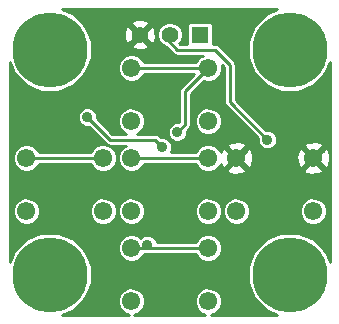
<source format=gtl>
G04 (created by PCBNEW (2013-05-31 BZR 4019)-stable) date 7/9/2014 9:45:12 PM*
%MOIN*%
G04 Gerber Fmt 3.4, Leading zero omitted, Abs format*
%FSLAX34Y34*%
G01*
G70*
G90*
G04 APERTURE LIST*
%ADD10C,0.00590551*%
%ADD11C,0.061*%
%ADD12R,0.055X0.055*%
%ADD13C,0.055*%
%ADD14C,0.25*%
%ADD15C,0.035*%
%ADD16C,0.01*%
G04 APERTURE END LIST*
G54D10*
G54D11*
X62720Y-51386D03*
X62720Y-49614D03*
X65280Y-51386D03*
X65280Y-49614D03*
X59220Y-48386D03*
X59220Y-46614D03*
X61780Y-48386D03*
X61780Y-46614D03*
X59220Y-54386D03*
X59220Y-52614D03*
X61780Y-54386D03*
X61780Y-52614D03*
X55720Y-51386D03*
X55720Y-49614D03*
X58280Y-51386D03*
X58280Y-49614D03*
X59220Y-51386D03*
X59220Y-49614D03*
X61780Y-51386D03*
X61780Y-49614D03*
G54D12*
X61500Y-45500D03*
G54D13*
X60500Y-45500D03*
X59500Y-45500D03*
G54D14*
X64500Y-53500D03*
X56500Y-53500D03*
X64500Y-46000D03*
X56500Y-46000D03*
G54D15*
X61500Y-47500D03*
X64500Y-50000D03*
X63750Y-49000D03*
X57750Y-48250D03*
X60250Y-49250D03*
X59750Y-52500D03*
X60750Y-48750D03*
G54D16*
X63750Y-49000D02*
X62500Y-47750D01*
X62500Y-47750D02*
X62500Y-46500D01*
X60500Y-45750D02*
X60500Y-45500D01*
X60750Y-46000D02*
X60500Y-45750D01*
X62000Y-46000D02*
X60750Y-46000D01*
X62500Y-46500D02*
X62000Y-46000D01*
X55720Y-49614D02*
X58280Y-49614D01*
X59220Y-52614D02*
X59636Y-52614D01*
X58500Y-49000D02*
X57750Y-48250D01*
X60000Y-49000D02*
X58500Y-49000D01*
X60250Y-49250D02*
X60000Y-49000D01*
X59636Y-52614D02*
X59750Y-52500D01*
X59220Y-52614D02*
X61780Y-52614D01*
X61000Y-47394D02*
X61780Y-46614D01*
X61000Y-48500D02*
X61000Y-47394D01*
X60750Y-48750D02*
X61000Y-48500D01*
X59220Y-46614D02*
X61780Y-46614D01*
X59220Y-49614D02*
X61780Y-49614D01*
G54D10*
G36*
X65840Y-53078D02*
X65839Y-53076D01*
X65839Y-49696D01*
X65828Y-49476D01*
X65765Y-49323D01*
X65669Y-49295D01*
X65598Y-49365D01*
X65598Y-49224D01*
X65570Y-49128D01*
X65362Y-49054D01*
X65142Y-49065D01*
X64989Y-49128D01*
X64961Y-49224D01*
X65280Y-49543D01*
X65598Y-49224D01*
X65598Y-49365D01*
X65350Y-49614D01*
X65669Y-49932D01*
X65765Y-49904D01*
X65839Y-49696D01*
X65839Y-53076D01*
X65735Y-52823D01*
X65735Y-51295D01*
X65665Y-51128D01*
X65598Y-51061D01*
X65598Y-50003D01*
X65280Y-49684D01*
X65209Y-49755D01*
X65209Y-49614D01*
X64890Y-49295D01*
X64794Y-49323D01*
X64720Y-49531D01*
X64731Y-49751D01*
X64794Y-49904D01*
X64890Y-49932D01*
X65209Y-49614D01*
X65209Y-49755D01*
X64961Y-50003D01*
X64989Y-50099D01*
X65197Y-50173D01*
X65417Y-50162D01*
X65570Y-50099D01*
X65598Y-50003D01*
X65598Y-51061D01*
X65538Y-51000D01*
X65370Y-50931D01*
X65189Y-50930D01*
X65022Y-51000D01*
X64894Y-51127D01*
X64825Y-51295D01*
X64824Y-51476D01*
X64894Y-51643D01*
X65021Y-51771D01*
X65189Y-51840D01*
X65370Y-51841D01*
X65537Y-51771D01*
X65665Y-51644D01*
X65734Y-51476D01*
X65735Y-51295D01*
X65735Y-52823D01*
X65687Y-52707D01*
X65294Y-52313D01*
X64779Y-52100D01*
X64222Y-52099D01*
X64075Y-52160D01*
X64075Y-48935D01*
X64025Y-48816D01*
X63934Y-48724D01*
X63814Y-48675D01*
X63707Y-48674D01*
X62700Y-47667D01*
X62700Y-46500D01*
X62687Y-46436D01*
X62684Y-46423D01*
X62684Y-46423D01*
X62641Y-46358D01*
X62141Y-45858D01*
X62076Y-45815D01*
X62000Y-45800D01*
X61924Y-45800D01*
X61925Y-45745D01*
X61925Y-45195D01*
X61902Y-45140D01*
X61860Y-45097D01*
X61804Y-45075D01*
X61745Y-45074D01*
X61195Y-45074D01*
X61140Y-45097D01*
X61097Y-45139D01*
X61075Y-45195D01*
X61074Y-45254D01*
X61074Y-45800D01*
X60832Y-45800D01*
X60816Y-45784D01*
X60860Y-45741D01*
X60924Y-45584D01*
X60925Y-45415D01*
X60860Y-45259D01*
X60741Y-45139D01*
X60584Y-45075D01*
X60415Y-45074D01*
X60259Y-45139D01*
X60139Y-45258D01*
X60075Y-45415D01*
X60074Y-45584D01*
X60139Y-45740D01*
X60258Y-45860D01*
X60375Y-45908D01*
X60608Y-46141D01*
X60608Y-46141D01*
X60651Y-46170D01*
X60673Y-46184D01*
X60673Y-46184D01*
X60750Y-46200D01*
X61590Y-46200D01*
X61522Y-46228D01*
X61394Y-46355D01*
X61370Y-46414D01*
X60029Y-46414D01*
X60029Y-45575D01*
X60018Y-45367D01*
X59960Y-45227D01*
X59867Y-45202D01*
X59797Y-45273D01*
X59797Y-45132D01*
X59772Y-45039D01*
X59575Y-44970D01*
X59367Y-44981D01*
X59227Y-45039D01*
X59202Y-45132D01*
X59500Y-45429D01*
X59797Y-45132D01*
X59797Y-45273D01*
X59570Y-45500D01*
X59867Y-45797D01*
X59960Y-45772D01*
X60029Y-45575D01*
X60029Y-46414D01*
X59797Y-46414D01*
X59797Y-45867D01*
X59500Y-45570D01*
X59429Y-45641D01*
X59429Y-45500D01*
X59132Y-45202D01*
X59039Y-45227D01*
X58970Y-45424D01*
X58981Y-45632D01*
X59039Y-45772D01*
X59132Y-45797D01*
X59429Y-45500D01*
X59429Y-45641D01*
X59202Y-45867D01*
X59227Y-45960D01*
X59424Y-46029D01*
X59632Y-46018D01*
X59772Y-45960D01*
X59797Y-45867D01*
X59797Y-46414D01*
X59629Y-46414D01*
X59605Y-46356D01*
X59478Y-46228D01*
X59310Y-46159D01*
X59129Y-46158D01*
X58962Y-46228D01*
X58834Y-46355D01*
X58765Y-46523D01*
X58764Y-46704D01*
X58834Y-46871D01*
X58961Y-46999D01*
X59129Y-47068D01*
X59310Y-47069D01*
X59477Y-46999D01*
X59605Y-46872D01*
X59629Y-46814D01*
X61297Y-46814D01*
X60858Y-47252D01*
X60815Y-47317D01*
X60800Y-47394D01*
X60800Y-48417D01*
X60792Y-48425D01*
X60685Y-48424D01*
X60566Y-48474D01*
X60474Y-48565D01*
X60425Y-48685D01*
X60424Y-48814D01*
X60474Y-48933D01*
X60565Y-49025D01*
X60685Y-49074D01*
X60814Y-49075D01*
X60933Y-49025D01*
X61025Y-48934D01*
X61074Y-48814D01*
X61075Y-48707D01*
X61141Y-48641D01*
X61141Y-48641D01*
X61170Y-48598D01*
X61184Y-48576D01*
X61184Y-48576D01*
X61199Y-48500D01*
X61200Y-48500D01*
X61200Y-47476D01*
X61631Y-47045D01*
X61689Y-47068D01*
X61870Y-47069D01*
X62037Y-46999D01*
X62165Y-46872D01*
X62234Y-46704D01*
X62235Y-46523D01*
X62230Y-46513D01*
X62300Y-46582D01*
X62300Y-47750D01*
X62315Y-47826D01*
X62358Y-47891D01*
X63425Y-48957D01*
X63424Y-49064D01*
X63474Y-49183D01*
X63565Y-49275D01*
X63685Y-49324D01*
X63814Y-49325D01*
X63933Y-49275D01*
X64025Y-49184D01*
X64074Y-49064D01*
X64075Y-48935D01*
X64075Y-52160D01*
X63707Y-52312D01*
X63313Y-52705D01*
X63279Y-52787D01*
X63279Y-49696D01*
X63268Y-49476D01*
X63205Y-49323D01*
X63109Y-49295D01*
X63038Y-49365D01*
X63038Y-49224D01*
X63010Y-49128D01*
X62802Y-49054D01*
X62582Y-49065D01*
X62429Y-49128D01*
X62401Y-49224D01*
X62720Y-49543D01*
X63038Y-49224D01*
X63038Y-49365D01*
X62790Y-49614D01*
X63109Y-49932D01*
X63205Y-49904D01*
X63279Y-49696D01*
X63279Y-52787D01*
X63175Y-53040D01*
X63175Y-51295D01*
X63105Y-51128D01*
X63038Y-51061D01*
X63038Y-50003D01*
X62720Y-49684D01*
X62649Y-49755D01*
X62649Y-49614D01*
X62330Y-49295D01*
X62235Y-49323D01*
X62235Y-48295D01*
X62165Y-48128D01*
X62038Y-48000D01*
X61870Y-47931D01*
X61689Y-47930D01*
X61522Y-48000D01*
X61394Y-48127D01*
X61325Y-48295D01*
X61324Y-48476D01*
X61394Y-48643D01*
X61521Y-48771D01*
X61689Y-48840D01*
X61870Y-48841D01*
X62037Y-48771D01*
X62165Y-48644D01*
X62234Y-48476D01*
X62235Y-48295D01*
X62235Y-49323D01*
X62234Y-49323D01*
X62196Y-49430D01*
X62165Y-49356D01*
X62038Y-49228D01*
X61870Y-49159D01*
X61689Y-49158D01*
X61522Y-49228D01*
X61394Y-49355D01*
X61370Y-49414D01*
X60533Y-49414D01*
X60574Y-49314D01*
X60575Y-49185D01*
X60525Y-49066D01*
X60434Y-48974D01*
X60314Y-48925D01*
X60207Y-48924D01*
X60141Y-48858D01*
X60076Y-48815D01*
X60000Y-48800D01*
X59409Y-48800D01*
X59477Y-48771D01*
X59605Y-48644D01*
X59674Y-48476D01*
X59675Y-48295D01*
X59605Y-48128D01*
X59478Y-48000D01*
X59310Y-47931D01*
X59129Y-47930D01*
X58962Y-48000D01*
X58834Y-48127D01*
X58765Y-48295D01*
X58764Y-48476D01*
X58834Y-48643D01*
X58961Y-48771D01*
X59030Y-48800D01*
X58582Y-48800D01*
X58074Y-48292D01*
X58075Y-48185D01*
X58025Y-48066D01*
X57934Y-47974D01*
X57814Y-47925D01*
X57685Y-47924D01*
X57566Y-47974D01*
X57474Y-48065D01*
X57425Y-48185D01*
X57424Y-48314D01*
X57474Y-48433D01*
X57565Y-48525D01*
X57685Y-48574D01*
X57792Y-48575D01*
X58358Y-49141D01*
X58358Y-49141D01*
X58401Y-49170D01*
X58408Y-49174D01*
X58370Y-49159D01*
X58189Y-49158D01*
X58022Y-49228D01*
X57894Y-49355D01*
X57870Y-49414D01*
X56129Y-49414D01*
X56105Y-49356D01*
X55978Y-49228D01*
X55810Y-49159D01*
X55629Y-49158D01*
X55462Y-49228D01*
X55334Y-49355D01*
X55265Y-49523D01*
X55264Y-49704D01*
X55334Y-49871D01*
X55461Y-49999D01*
X55629Y-50068D01*
X55810Y-50069D01*
X55977Y-49999D01*
X56105Y-49872D01*
X56129Y-49814D01*
X57870Y-49814D01*
X57894Y-49871D01*
X58021Y-49999D01*
X58189Y-50068D01*
X58370Y-50069D01*
X58537Y-49999D01*
X58665Y-49872D01*
X58734Y-49704D01*
X58735Y-49523D01*
X58665Y-49356D01*
X58538Y-49228D01*
X58441Y-49188D01*
X58499Y-49199D01*
X58500Y-49200D01*
X59030Y-49200D01*
X58962Y-49228D01*
X58834Y-49355D01*
X58765Y-49523D01*
X58764Y-49704D01*
X58834Y-49871D01*
X58961Y-49999D01*
X59129Y-50068D01*
X59310Y-50069D01*
X59477Y-49999D01*
X59605Y-49872D01*
X59629Y-49814D01*
X61370Y-49814D01*
X61394Y-49871D01*
X61521Y-49999D01*
X61689Y-50068D01*
X61870Y-50069D01*
X62037Y-49999D01*
X62165Y-49872D01*
X62193Y-49805D01*
X62234Y-49904D01*
X62330Y-49932D01*
X62649Y-49614D01*
X62649Y-49755D01*
X62401Y-50003D01*
X62429Y-50099D01*
X62637Y-50173D01*
X62857Y-50162D01*
X63010Y-50099D01*
X63038Y-50003D01*
X63038Y-51061D01*
X62978Y-51000D01*
X62810Y-50931D01*
X62629Y-50930D01*
X62462Y-51000D01*
X62334Y-51127D01*
X62265Y-51295D01*
X62264Y-51476D01*
X62334Y-51643D01*
X62461Y-51771D01*
X62629Y-51840D01*
X62810Y-51841D01*
X62977Y-51771D01*
X63105Y-51644D01*
X63174Y-51476D01*
X63175Y-51295D01*
X63175Y-53040D01*
X63100Y-53220D01*
X63099Y-53777D01*
X63312Y-54292D01*
X63705Y-54686D01*
X64077Y-54840D01*
X61871Y-54840D01*
X62037Y-54771D01*
X62165Y-54644D01*
X62234Y-54476D01*
X62235Y-54295D01*
X62235Y-52523D01*
X62235Y-51295D01*
X62165Y-51128D01*
X62038Y-51000D01*
X61870Y-50931D01*
X61689Y-50930D01*
X61522Y-51000D01*
X61394Y-51127D01*
X61325Y-51295D01*
X61324Y-51476D01*
X61394Y-51643D01*
X61521Y-51771D01*
X61689Y-51840D01*
X61870Y-51841D01*
X62037Y-51771D01*
X62165Y-51644D01*
X62234Y-51476D01*
X62235Y-51295D01*
X62235Y-52523D01*
X62165Y-52356D01*
X62038Y-52228D01*
X61870Y-52159D01*
X61689Y-52158D01*
X61522Y-52228D01*
X61394Y-52355D01*
X61370Y-52414D01*
X60066Y-52414D01*
X60025Y-52316D01*
X59934Y-52224D01*
X59814Y-52175D01*
X59685Y-52174D01*
X59675Y-52179D01*
X59675Y-51295D01*
X59605Y-51128D01*
X59478Y-51000D01*
X59310Y-50931D01*
X59129Y-50930D01*
X58962Y-51000D01*
X58834Y-51127D01*
X58765Y-51295D01*
X58764Y-51476D01*
X58834Y-51643D01*
X58961Y-51771D01*
X59129Y-51840D01*
X59310Y-51841D01*
X59477Y-51771D01*
X59605Y-51644D01*
X59674Y-51476D01*
X59675Y-51295D01*
X59675Y-52179D01*
X59566Y-52224D01*
X59519Y-52270D01*
X59478Y-52228D01*
X59310Y-52159D01*
X59129Y-52158D01*
X58962Y-52228D01*
X58834Y-52355D01*
X58765Y-52523D01*
X58764Y-52704D01*
X58834Y-52871D01*
X58961Y-52999D01*
X59129Y-53068D01*
X59310Y-53069D01*
X59477Y-52999D01*
X59605Y-52872D01*
X59629Y-52814D01*
X59636Y-52814D01*
X59658Y-52814D01*
X59685Y-52824D01*
X59814Y-52825D01*
X59841Y-52814D01*
X61370Y-52814D01*
X61394Y-52871D01*
X61521Y-52999D01*
X61689Y-53068D01*
X61870Y-53069D01*
X62037Y-52999D01*
X62165Y-52872D01*
X62234Y-52704D01*
X62235Y-52523D01*
X62235Y-54295D01*
X62165Y-54128D01*
X62038Y-54000D01*
X61870Y-53931D01*
X61689Y-53930D01*
X61522Y-54000D01*
X61394Y-54127D01*
X61325Y-54295D01*
X61324Y-54476D01*
X61394Y-54643D01*
X61521Y-54771D01*
X61688Y-54840D01*
X59311Y-54840D01*
X59477Y-54771D01*
X59605Y-54644D01*
X59674Y-54476D01*
X59675Y-54295D01*
X59605Y-54128D01*
X59478Y-54000D01*
X59310Y-53931D01*
X59129Y-53930D01*
X58962Y-54000D01*
X58834Y-54127D01*
X58765Y-54295D01*
X58764Y-54476D01*
X58834Y-54643D01*
X58961Y-54771D01*
X59128Y-54840D01*
X58735Y-54840D01*
X58735Y-51295D01*
X58665Y-51128D01*
X58538Y-51000D01*
X58370Y-50931D01*
X58189Y-50930D01*
X58022Y-51000D01*
X57894Y-51127D01*
X57825Y-51295D01*
X57824Y-51476D01*
X57894Y-51643D01*
X58021Y-51771D01*
X58189Y-51840D01*
X58370Y-51841D01*
X58537Y-51771D01*
X58665Y-51644D01*
X58734Y-51476D01*
X58735Y-51295D01*
X58735Y-54840D01*
X56921Y-54840D01*
X57292Y-54687D01*
X57686Y-54294D01*
X57899Y-53779D01*
X57900Y-53222D01*
X57687Y-52707D01*
X57294Y-52313D01*
X56779Y-52100D01*
X56222Y-52099D01*
X56175Y-52119D01*
X56175Y-51295D01*
X56105Y-51128D01*
X55978Y-51000D01*
X55810Y-50931D01*
X55629Y-50930D01*
X55462Y-51000D01*
X55334Y-51127D01*
X55265Y-51295D01*
X55264Y-51476D01*
X55334Y-51643D01*
X55461Y-51771D01*
X55629Y-51840D01*
X55810Y-51841D01*
X55977Y-51771D01*
X56105Y-51644D01*
X56174Y-51476D01*
X56175Y-51295D01*
X56175Y-52119D01*
X55707Y-52312D01*
X55313Y-52705D01*
X55159Y-53077D01*
X55159Y-46421D01*
X55312Y-46792D01*
X55705Y-47186D01*
X56220Y-47399D01*
X56777Y-47400D01*
X57292Y-47187D01*
X57686Y-46794D01*
X57899Y-46279D01*
X57900Y-45722D01*
X57687Y-45207D01*
X57294Y-44813D01*
X56922Y-44659D01*
X64078Y-44659D01*
X63707Y-44812D01*
X63313Y-45205D01*
X63100Y-45720D01*
X63099Y-46277D01*
X63312Y-46792D01*
X63705Y-47186D01*
X64220Y-47399D01*
X64777Y-47400D01*
X65292Y-47187D01*
X65686Y-46794D01*
X65840Y-46422D01*
X65840Y-53078D01*
X65840Y-53078D01*
G37*
G54D16*
X65840Y-53078D02*
X65839Y-53076D01*
X65839Y-49696D01*
X65828Y-49476D01*
X65765Y-49323D01*
X65669Y-49295D01*
X65598Y-49365D01*
X65598Y-49224D01*
X65570Y-49128D01*
X65362Y-49054D01*
X65142Y-49065D01*
X64989Y-49128D01*
X64961Y-49224D01*
X65280Y-49543D01*
X65598Y-49224D01*
X65598Y-49365D01*
X65350Y-49614D01*
X65669Y-49932D01*
X65765Y-49904D01*
X65839Y-49696D01*
X65839Y-53076D01*
X65735Y-52823D01*
X65735Y-51295D01*
X65665Y-51128D01*
X65598Y-51061D01*
X65598Y-50003D01*
X65280Y-49684D01*
X65209Y-49755D01*
X65209Y-49614D01*
X64890Y-49295D01*
X64794Y-49323D01*
X64720Y-49531D01*
X64731Y-49751D01*
X64794Y-49904D01*
X64890Y-49932D01*
X65209Y-49614D01*
X65209Y-49755D01*
X64961Y-50003D01*
X64989Y-50099D01*
X65197Y-50173D01*
X65417Y-50162D01*
X65570Y-50099D01*
X65598Y-50003D01*
X65598Y-51061D01*
X65538Y-51000D01*
X65370Y-50931D01*
X65189Y-50930D01*
X65022Y-51000D01*
X64894Y-51127D01*
X64825Y-51295D01*
X64824Y-51476D01*
X64894Y-51643D01*
X65021Y-51771D01*
X65189Y-51840D01*
X65370Y-51841D01*
X65537Y-51771D01*
X65665Y-51644D01*
X65734Y-51476D01*
X65735Y-51295D01*
X65735Y-52823D01*
X65687Y-52707D01*
X65294Y-52313D01*
X64779Y-52100D01*
X64222Y-52099D01*
X64075Y-52160D01*
X64075Y-48935D01*
X64025Y-48816D01*
X63934Y-48724D01*
X63814Y-48675D01*
X63707Y-48674D01*
X62700Y-47667D01*
X62700Y-46500D01*
X62687Y-46436D01*
X62684Y-46423D01*
X62684Y-46423D01*
X62641Y-46358D01*
X62141Y-45858D01*
X62076Y-45815D01*
X62000Y-45800D01*
X61924Y-45800D01*
X61925Y-45745D01*
X61925Y-45195D01*
X61902Y-45140D01*
X61860Y-45097D01*
X61804Y-45075D01*
X61745Y-45074D01*
X61195Y-45074D01*
X61140Y-45097D01*
X61097Y-45139D01*
X61075Y-45195D01*
X61074Y-45254D01*
X61074Y-45800D01*
X60832Y-45800D01*
X60816Y-45784D01*
X60860Y-45741D01*
X60924Y-45584D01*
X60925Y-45415D01*
X60860Y-45259D01*
X60741Y-45139D01*
X60584Y-45075D01*
X60415Y-45074D01*
X60259Y-45139D01*
X60139Y-45258D01*
X60075Y-45415D01*
X60074Y-45584D01*
X60139Y-45740D01*
X60258Y-45860D01*
X60375Y-45908D01*
X60608Y-46141D01*
X60608Y-46141D01*
X60651Y-46170D01*
X60673Y-46184D01*
X60673Y-46184D01*
X60750Y-46200D01*
X61590Y-46200D01*
X61522Y-46228D01*
X61394Y-46355D01*
X61370Y-46414D01*
X60029Y-46414D01*
X60029Y-45575D01*
X60018Y-45367D01*
X59960Y-45227D01*
X59867Y-45202D01*
X59797Y-45273D01*
X59797Y-45132D01*
X59772Y-45039D01*
X59575Y-44970D01*
X59367Y-44981D01*
X59227Y-45039D01*
X59202Y-45132D01*
X59500Y-45429D01*
X59797Y-45132D01*
X59797Y-45273D01*
X59570Y-45500D01*
X59867Y-45797D01*
X59960Y-45772D01*
X60029Y-45575D01*
X60029Y-46414D01*
X59797Y-46414D01*
X59797Y-45867D01*
X59500Y-45570D01*
X59429Y-45641D01*
X59429Y-45500D01*
X59132Y-45202D01*
X59039Y-45227D01*
X58970Y-45424D01*
X58981Y-45632D01*
X59039Y-45772D01*
X59132Y-45797D01*
X59429Y-45500D01*
X59429Y-45641D01*
X59202Y-45867D01*
X59227Y-45960D01*
X59424Y-46029D01*
X59632Y-46018D01*
X59772Y-45960D01*
X59797Y-45867D01*
X59797Y-46414D01*
X59629Y-46414D01*
X59605Y-46356D01*
X59478Y-46228D01*
X59310Y-46159D01*
X59129Y-46158D01*
X58962Y-46228D01*
X58834Y-46355D01*
X58765Y-46523D01*
X58764Y-46704D01*
X58834Y-46871D01*
X58961Y-46999D01*
X59129Y-47068D01*
X59310Y-47069D01*
X59477Y-46999D01*
X59605Y-46872D01*
X59629Y-46814D01*
X61297Y-46814D01*
X60858Y-47252D01*
X60815Y-47317D01*
X60800Y-47394D01*
X60800Y-48417D01*
X60792Y-48425D01*
X60685Y-48424D01*
X60566Y-48474D01*
X60474Y-48565D01*
X60425Y-48685D01*
X60424Y-48814D01*
X60474Y-48933D01*
X60565Y-49025D01*
X60685Y-49074D01*
X60814Y-49075D01*
X60933Y-49025D01*
X61025Y-48934D01*
X61074Y-48814D01*
X61075Y-48707D01*
X61141Y-48641D01*
X61141Y-48641D01*
X61170Y-48598D01*
X61184Y-48576D01*
X61184Y-48576D01*
X61199Y-48500D01*
X61200Y-48500D01*
X61200Y-47476D01*
X61631Y-47045D01*
X61689Y-47068D01*
X61870Y-47069D01*
X62037Y-46999D01*
X62165Y-46872D01*
X62234Y-46704D01*
X62235Y-46523D01*
X62230Y-46513D01*
X62300Y-46582D01*
X62300Y-47750D01*
X62315Y-47826D01*
X62358Y-47891D01*
X63425Y-48957D01*
X63424Y-49064D01*
X63474Y-49183D01*
X63565Y-49275D01*
X63685Y-49324D01*
X63814Y-49325D01*
X63933Y-49275D01*
X64025Y-49184D01*
X64074Y-49064D01*
X64075Y-48935D01*
X64075Y-52160D01*
X63707Y-52312D01*
X63313Y-52705D01*
X63279Y-52787D01*
X63279Y-49696D01*
X63268Y-49476D01*
X63205Y-49323D01*
X63109Y-49295D01*
X63038Y-49365D01*
X63038Y-49224D01*
X63010Y-49128D01*
X62802Y-49054D01*
X62582Y-49065D01*
X62429Y-49128D01*
X62401Y-49224D01*
X62720Y-49543D01*
X63038Y-49224D01*
X63038Y-49365D01*
X62790Y-49614D01*
X63109Y-49932D01*
X63205Y-49904D01*
X63279Y-49696D01*
X63279Y-52787D01*
X63175Y-53040D01*
X63175Y-51295D01*
X63105Y-51128D01*
X63038Y-51061D01*
X63038Y-50003D01*
X62720Y-49684D01*
X62649Y-49755D01*
X62649Y-49614D01*
X62330Y-49295D01*
X62235Y-49323D01*
X62235Y-48295D01*
X62165Y-48128D01*
X62038Y-48000D01*
X61870Y-47931D01*
X61689Y-47930D01*
X61522Y-48000D01*
X61394Y-48127D01*
X61325Y-48295D01*
X61324Y-48476D01*
X61394Y-48643D01*
X61521Y-48771D01*
X61689Y-48840D01*
X61870Y-48841D01*
X62037Y-48771D01*
X62165Y-48644D01*
X62234Y-48476D01*
X62235Y-48295D01*
X62235Y-49323D01*
X62234Y-49323D01*
X62196Y-49430D01*
X62165Y-49356D01*
X62038Y-49228D01*
X61870Y-49159D01*
X61689Y-49158D01*
X61522Y-49228D01*
X61394Y-49355D01*
X61370Y-49414D01*
X60533Y-49414D01*
X60574Y-49314D01*
X60575Y-49185D01*
X60525Y-49066D01*
X60434Y-48974D01*
X60314Y-48925D01*
X60207Y-48924D01*
X60141Y-48858D01*
X60076Y-48815D01*
X60000Y-48800D01*
X59409Y-48800D01*
X59477Y-48771D01*
X59605Y-48644D01*
X59674Y-48476D01*
X59675Y-48295D01*
X59605Y-48128D01*
X59478Y-48000D01*
X59310Y-47931D01*
X59129Y-47930D01*
X58962Y-48000D01*
X58834Y-48127D01*
X58765Y-48295D01*
X58764Y-48476D01*
X58834Y-48643D01*
X58961Y-48771D01*
X59030Y-48800D01*
X58582Y-48800D01*
X58074Y-48292D01*
X58075Y-48185D01*
X58025Y-48066D01*
X57934Y-47974D01*
X57814Y-47925D01*
X57685Y-47924D01*
X57566Y-47974D01*
X57474Y-48065D01*
X57425Y-48185D01*
X57424Y-48314D01*
X57474Y-48433D01*
X57565Y-48525D01*
X57685Y-48574D01*
X57792Y-48575D01*
X58358Y-49141D01*
X58358Y-49141D01*
X58401Y-49170D01*
X58408Y-49174D01*
X58370Y-49159D01*
X58189Y-49158D01*
X58022Y-49228D01*
X57894Y-49355D01*
X57870Y-49414D01*
X56129Y-49414D01*
X56105Y-49356D01*
X55978Y-49228D01*
X55810Y-49159D01*
X55629Y-49158D01*
X55462Y-49228D01*
X55334Y-49355D01*
X55265Y-49523D01*
X55264Y-49704D01*
X55334Y-49871D01*
X55461Y-49999D01*
X55629Y-50068D01*
X55810Y-50069D01*
X55977Y-49999D01*
X56105Y-49872D01*
X56129Y-49814D01*
X57870Y-49814D01*
X57894Y-49871D01*
X58021Y-49999D01*
X58189Y-50068D01*
X58370Y-50069D01*
X58537Y-49999D01*
X58665Y-49872D01*
X58734Y-49704D01*
X58735Y-49523D01*
X58665Y-49356D01*
X58538Y-49228D01*
X58441Y-49188D01*
X58499Y-49199D01*
X58500Y-49200D01*
X59030Y-49200D01*
X58962Y-49228D01*
X58834Y-49355D01*
X58765Y-49523D01*
X58764Y-49704D01*
X58834Y-49871D01*
X58961Y-49999D01*
X59129Y-50068D01*
X59310Y-50069D01*
X59477Y-49999D01*
X59605Y-49872D01*
X59629Y-49814D01*
X61370Y-49814D01*
X61394Y-49871D01*
X61521Y-49999D01*
X61689Y-50068D01*
X61870Y-50069D01*
X62037Y-49999D01*
X62165Y-49872D01*
X62193Y-49805D01*
X62234Y-49904D01*
X62330Y-49932D01*
X62649Y-49614D01*
X62649Y-49755D01*
X62401Y-50003D01*
X62429Y-50099D01*
X62637Y-50173D01*
X62857Y-50162D01*
X63010Y-50099D01*
X63038Y-50003D01*
X63038Y-51061D01*
X62978Y-51000D01*
X62810Y-50931D01*
X62629Y-50930D01*
X62462Y-51000D01*
X62334Y-51127D01*
X62265Y-51295D01*
X62264Y-51476D01*
X62334Y-51643D01*
X62461Y-51771D01*
X62629Y-51840D01*
X62810Y-51841D01*
X62977Y-51771D01*
X63105Y-51644D01*
X63174Y-51476D01*
X63175Y-51295D01*
X63175Y-53040D01*
X63100Y-53220D01*
X63099Y-53777D01*
X63312Y-54292D01*
X63705Y-54686D01*
X64077Y-54840D01*
X61871Y-54840D01*
X62037Y-54771D01*
X62165Y-54644D01*
X62234Y-54476D01*
X62235Y-54295D01*
X62235Y-52523D01*
X62235Y-51295D01*
X62165Y-51128D01*
X62038Y-51000D01*
X61870Y-50931D01*
X61689Y-50930D01*
X61522Y-51000D01*
X61394Y-51127D01*
X61325Y-51295D01*
X61324Y-51476D01*
X61394Y-51643D01*
X61521Y-51771D01*
X61689Y-51840D01*
X61870Y-51841D01*
X62037Y-51771D01*
X62165Y-51644D01*
X62234Y-51476D01*
X62235Y-51295D01*
X62235Y-52523D01*
X62165Y-52356D01*
X62038Y-52228D01*
X61870Y-52159D01*
X61689Y-52158D01*
X61522Y-52228D01*
X61394Y-52355D01*
X61370Y-52414D01*
X60066Y-52414D01*
X60025Y-52316D01*
X59934Y-52224D01*
X59814Y-52175D01*
X59685Y-52174D01*
X59675Y-52179D01*
X59675Y-51295D01*
X59605Y-51128D01*
X59478Y-51000D01*
X59310Y-50931D01*
X59129Y-50930D01*
X58962Y-51000D01*
X58834Y-51127D01*
X58765Y-51295D01*
X58764Y-51476D01*
X58834Y-51643D01*
X58961Y-51771D01*
X59129Y-51840D01*
X59310Y-51841D01*
X59477Y-51771D01*
X59605Y-51644D01*
X59674Y-51476D01*
X59675Y-51295D01*
X59675Y-52179D01*
X59566Y-52224D01*
X59519Y-52270D01*
X59478Y-52228D01*
X59310Y-52159D01*
X59129Y-52158D01*
X58962Y-52228D01*
X58834Y-52355D01*
X58765Y-52523D01*
X58764Y-52704D01*
X58834Y-52871D01*
X58961Y-52999D01*
X59129Y-53068D01*
X59310Y-53069D01*
X59477Y-52999D01*
X59605Y-52872D01*
X59629Y-52814D01*
X59636Y-52814D01*
X59658Y-52814D01*
X59685Y-52824D01*
X59814Y-52825D01*
X59841Y-52814D01*
X61370Y-52814D01*
X61394Y-52871D01*
X61521Y-52999D01*
X61689Y-53068D01*
X61870Y-53069D01*
X62037Y-52999D01*
X62165Y-52872D01*
X62234Y-52704D01*
X62235Y-52523D01*
X62235Y-54295D01*
X62165Y-54128D01*
X62038Y-54000D01*
X61870Y-53931D01*
X61689Y-53930D01*
X61522Y-54000D01*
X61394Y-54127D01*
X61325Y-54295D01*
X61324Y-54476D01*
X61394Y-54643D01*
X61521Y-54771D01*
X61688Y-54840D01*
X59311Y-54840D01*
X59477Y-54771D01*
X59605Y-54644D01*
X59674Y-54476D01*
X59675Y-54295D01*
X59605Y-54128D01*
X59478Y-54000D01*
X59310Y-53931D01*
X59129Y-53930D01*
X58962Y-54000D01*
X58834Y-54127D01*
X58765Y-54295D01*
X58764Y-54476D01*
X58834Y-54643D01*
X58961Y-54771D01*
X59128Y-54840D01*
X58735Y-54840D01*
X58735Y-51295D01*
X58665Y-51128D01*
X58538Y-51000D01*
X58370Y-50931D01*
X58189Y-50930D01*
X58022Y-51000D01*
X57894Y-51127D01*
X57825Y-51295D01*
X57824Y-51476D01*
X57894Y-51643D01*
X58021Y-51771D01*
X58189Y-51840D01*
X58370Y-51841D01*
X58537Y-51771D01*
X58665Y-51644D01*
X58734Y-51476D01*
X58735Y-51295D01*
X58735Y-54840D01*
X56921Y-54840D01*
X57292Y-54687D01*
X57686Y-54294D01*
X57899Y-53779D01*
X57900Y-53222D01*
X57687Y-52707D01*
X57294Y-52313D01*
X56779Y-52100D01*
X56222Y-52099D01*
X56175Y-52119D01*
X56175Y-51295D01*
X56105Y-51128D01*
X55978Y-51000D01*
X55810Y-50931D01*
X55629Y-50930D01*
X55462Y-51000D01*
X55334Y-51127D01*
X55265Y-51295D01*
X55264Y-51476D01*
X55334Y-51643D01*
X55461Y-51771D01*
X55629Y-51840D01*
X55810Y-51841D01*
X55977Y-51771D01*
X56105Y-51644D01*
X56174Y-51476D01*
X56175Y-51295D01*
X56175Y-52119D01*
X55707Y-52312D01*
X55313Y-52705D01*
X55159Y-53077D01*
X55159Y-46421D01*
X55312Y-46792D01*
X55705Y-47186D01*
X56220Y-47399D01*
X56777Y-47400D01*
X57292Y-47187D01*
X57686Y-46794D01*
X57899Y-46279D01*
X57900Y-45722D01*
X57687Y-45207D01*
X57294Y-44813D01*
X56922Y-44659D01*
X64078Y-44659D01*
X63707Y-44812D01*
X63313Y-45205D01*
X63100Y-45720D01*
X63099Y-46277D01*
X63312Y-46792D01*
X63705Y-47186D01*
X64220Y-47399D01*
X64777Y-47400D01*
X65292Y-47187D01*
X65686Y-46794D01*
X65840Y-46422D01*
X65840Y-53078D01*
M02*

</source>
